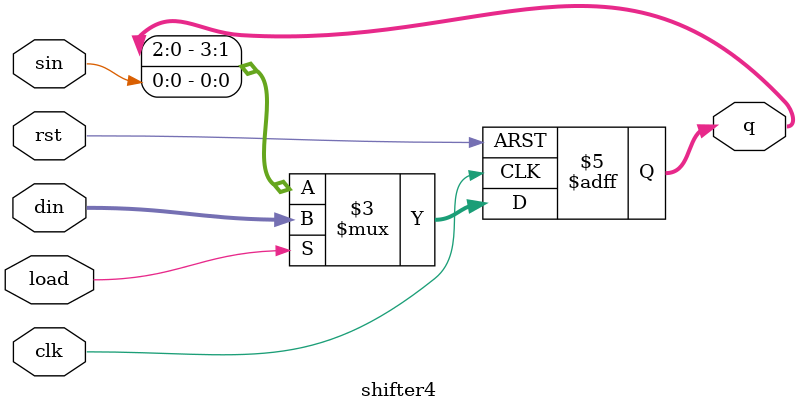
<source format=v>
module shifter4 (
    input clk,
    input rst,
    input load,
    input [3:0] din,
    input sin,
    output reg [3:0] q
);

always @(posedge clk or posedge rst) begin
    if (rst)
        q <= 4'b0000;
    else if (load)
        q <= din;
    else
        q <= {q[2:0], sin};
end

endmodule

</source>
